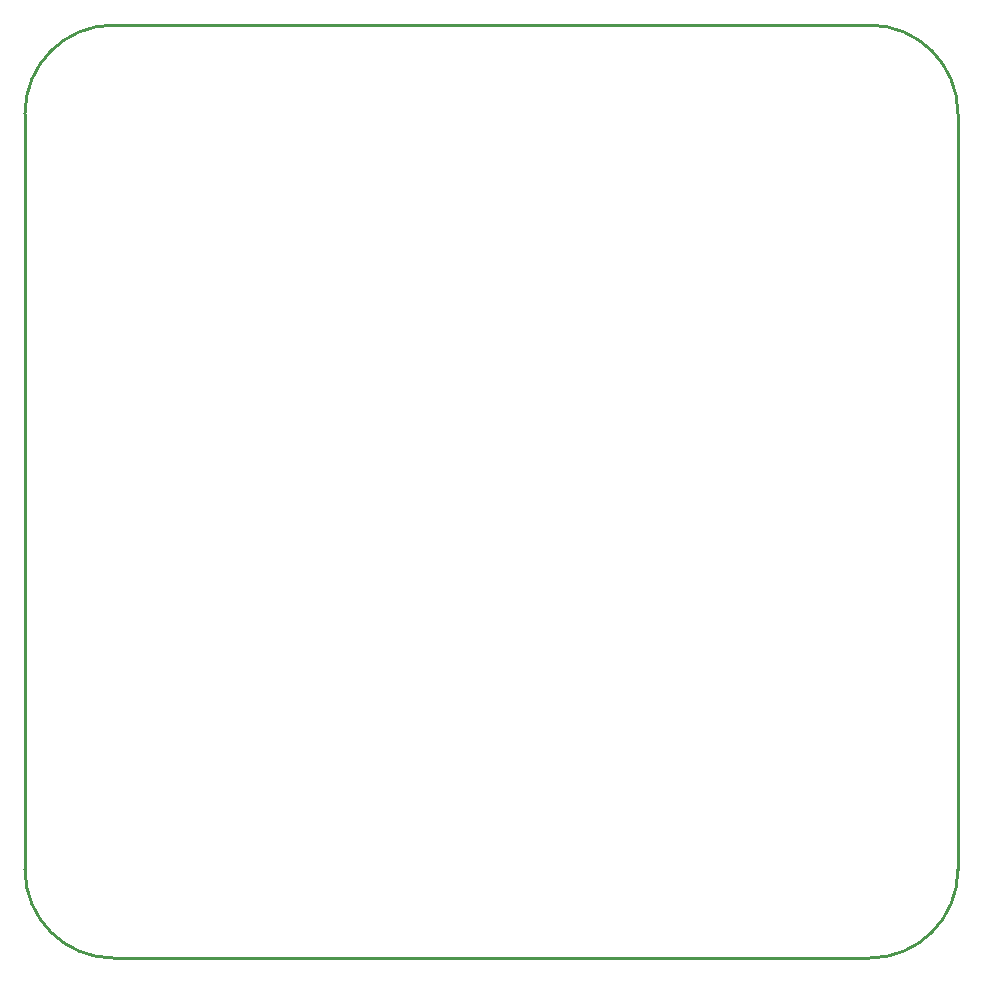
<source format=gbr>
G04 #@! TF.GenerationSoftware,KiCad,Pcbnew,5.1.6-c6e7f7d~87~ubuntu18.04.1*
G04 #@! TF.CreationDate,2020-07-31T19:21:44+02:00*
G04 #@! TF.ProjectId,hm-env-sensor,686d2d65-6e76-42d7-9365-6e736f722e6b,A1*
G04 #@! TF.SameCoordinates,Original*
G04 #@! TF.FileFunction,Profile,NP*
%FSLAX46Y46*%
G04 Gerber Fmt 4.6, Leading zero omitted, Abs format (unit mm)*
G04 Created by KiCad (PCBNEW 5.1.6-c6e7f7d~87~ubuntu18.04.1) date 2020-07-31 19:21:44*
%MOMM*%
%LPD*%
G01*
G04 APERTURE LIST*
G04 #@! TA.AperFunction,Profile*
%ADD10C,0.254000*%
G04 #@! TD*
G04 APERTURE END LIST*
D10*
X169398000Y-135704200D02*
X169398000Y-71704200D01*
X90398000Y-71704200D02*
X90398000Y-135704200D01*
X161898000Y-64204200D02*
X97898000Y-64204200D01*
X161898000Y-64204200D02*
G75*
G02*
X169398000Y-71704200I0J-7500000D01*
G01*
X169398000Y-135704200D02*
G75*
G02*
X161898000Y-143204200I-7500000J0D01*
G01*
X161898000Y-143204200D02*
X97898000Y-143204200D01*
X90398000Y-71704200D02*
G75*
G02*
X97898000Y-64204200I7500000J0D01*
G01*
X97898000Y-143204200D02*
G75*
G02*
X90398000Y-135704200I0J7500000D01*
G01*
M02*

</source>
